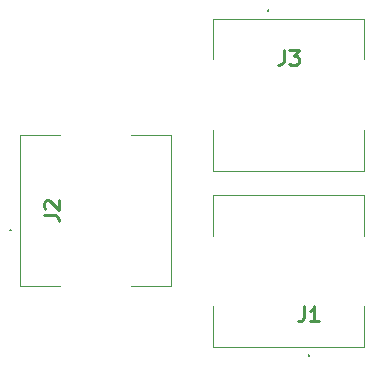
<source format=gbr>
%TF.GenerationSoftware,KiCad,Pcbnew,7.0.8*%
%TF.CreationDate,2023-11-09T12:13:35+01:00*%
%TF.ProjectId,travel_pressure_pcb,74726176-656c-45f7-9072-657373757265,rev?*%
%TF.SameCoordinates,Original*%
%TF.FileFunction,Legend,Top*%
%TF.FilePolarity,Positive*%
%FSLAX46Y46*%
G04 Gerber Fmt 4.6, Leading zero omitted, Abs format (unit mm)*
G04 Created by KiCad (PCBNEW 7.0.8) date 2023-11-09 12:13:35*
%MOMM*%
%LPD*%
G01*
G04 APERTURE LIST*
%ADD10C,0.254000*%
%ADD11C,0.100000*%
%ADD12C,0.200000*%
G04 APERTURE END LIST*
D10*
X102428318Y-89763332D02*
X103335461Y-89763332D01*
X103335461Y-89763332D02*
X103516889Y-89823809D01*
X103516889Y-89823809D02*
X103637842Y-89944761D01*
X103637842Y-89944761D02*
X103698318Y-90126190D01*
X103698318Y-90126190D02*
X103698318Y-90247142D01*
X102549270Y-89219047D02*
X102488794Y-89158571D01*
X102488794Y-89158571D02*
X102428318Y-89037618D01*
X102428318Y-89037618D02*
X102428318Y-88735237D01*
X102428318Y-88735237D02*
X102488794Y-88614285D01*
X102488794Y-88614285D02*
X102549270Y-88553809D01*
X102549270Y-88553809D02*
X102670222Y-88493332D01*
X102670222Y-88493332D02*
X102791175Y-88493332D01*
X102791175Y-88493332D02*
X102972603Y-88553809D01*
X102972603Y-88553809D02*
X103698318Y-89279523D01*
X103698318Y-89279523D02*
X103698318Y-88493332D01*
X124417667Y-97475318D02*
X124417667Y-98382461D01*
X124417667Y-98382461D02*
X124357190Y-98563889D01*
X124357190Y-98563889D02*
X124236238Y-98684842D01*
X124236238Y-98684842D02*
X124054809Y-98745318D01*
X124054809Y-98745318D02*
X123933857Y-98745318D01*
X125687667Y-98745318D02*
X124961952Y-98745318D01*
X125324809Y-98745318D02*
X125324809Y-97475318D01*
X125324809Y-97475318D02*
X125203857Y-97656746D01*
X125203857Y-97656746D02*
X125082905Y-97777699D01*
X125082905Y-97777699D02*
X124961952Y-97838175D01*
X122707667Y-75758318D02*
X122707667Y-76665461D01*
X122707667Y-76665461D02*
X122647190Y-76846889D01*
X122647190Y-76846889D02*
X122526238Y-76967842D01*
X122526238Y-76967842D02*
X122344809Y-77028318D01*
X122344809Y-77028318D02*
X122223857Y-77028318D01*
X123191476Y-75758318D02*
X123977667Y-75758318D01*
X123977667Y-75758318D02*
X123554333Y-76242127D01*
X123554333Y-76242127D02*
X123735762Y-76242127D01*
X123735762Y-76242127D02*
X123856714Y-76302603D01*
X123856714Y-76302603D02*
X123917190Y-76363080D01*
X123917190Y-76363080D02*
X123977667Y-76484032D01*
X123977667Y-76484032D02*
X123977667Y-76786413D01*
X123977667Y-76786413D02*
X123917190Y-76907365D01*
X123917190Y-76907365D02*
X123856714Y-76967842D01*
X123856714Y-76967842D02*
X123735762Y-77028318D01*
X123735762Y-77028318D02*
X123372905Y-77028318D01*
X123372905Y-77028318D02*
X123251952Y-76967842D01*
X123251952Y-76967842D02*
X123191476Y-76907365D01*
D11*
%TO.C,J2*%
X100354000Y-95740000D02*
X100354000Y-82940000D01*
X103754000Y-95740000D02*
X100354000Y-95740000D01*
X109754000Y-95740000D02*
X113154000Y-95740000D01*
X113154000Y-95740000D02*
X113154000Y-82940000D01*
D12*
X99554000Y-91040000D02*
X99554000Y-91040000D01*
X99554000Y-91040000D02*
X99554000Y-91040000D01*
X99654000Y-91040000D02*
X99654000Y-91040000D01*
D11*
X100354000Y-82940000D02*
X103754000Y-82940000D01*
X113154000Y-82940000D02*
X109754000Y-82940000D01*
D12*
X99654000Y-91040000D02*
G75*
G03*
X99554000Y-91040000I-50000J0D01*
G01*
X99554000Y-91040000D02*
G75*
G03*
X99654000Y-91040000I50000J0D01*
G01*
X99554000Y-91040000D02*
G75*
G03*
X99654000Y-91040000I50000J0D01*
G01*
D11*
%TO.C,J1*%
X129531000Y-100879000D02*
X116731000Y-100879000D01*
X129531000Y-97479000D02*
X129531000Y-100879000D01*
X129531000Y-91479000D02*
X129531000Y-88079000D01*
X129531000Y-88079000D02*
X116731000Y-88079000D01*
D12*
X124831000Y-101679000D02*
X124831000Y-101679000D01*
X124831000Y-101679000D02*
X124831000Y-101679000D01*
X124831000Y-101579000D02*
X124831000Y-101579000D01*
D11*
X116731000Y-100879000D02*
X116731000Y-97479000D01*
X116731000Y-88079000D02*
X116731000Y-91479000D01*
D12*
X124831000Y-101579000D02*
G75*
G03*
X124831000Y-101679000I0J-50000D01*
G01*
X124831000Y-101679000D02*
G75*
G03*
X124831000Y-101579000I0J50000D01*
G01*
X124831000Y-101679000D02*
G75*
G03*
X124831000Y-101579000I0J50000D01*
G01*
D11*
%TO.C,J3*%
X116731000Y-73167000D02*
X129531000Y-73167000D01*
X116731000Y-76567000D02*
X116731000Y-73167000D01*
X116731000Y-82567000D02*
X116731000Y-85967000D01*
X116731000Y-85967000D02*
X129531000Y-85967000D01*
D12*
X121431000Y-72367000D02*
X121431000Y-72367000D01*
X121431000Y-72367000D02*
X121431000Y-72367000D01*
X121431000Y-72467000D02*
X121431000Y-72467000D01*
D11*
X129531000Y-73167000D02*
X129531000Y-76567000D01*
X129531000Y-85967000D02*
X129531000Y-82567000D01*
D12*
X121431000Y-72467000D02*
G75*
G03*
X121431000Y-72367000I0J50000D01*
G01*
X121431000Y-72367000D02*
G75*
G03*
X121431000Y-72467000I0J-50000D01*
G01*
X121431000Y-72367000D02*
G75*
G03*
X121431000Y-72467000I0J-50000D01*
G01*
%TD*%
M02*

</source>
